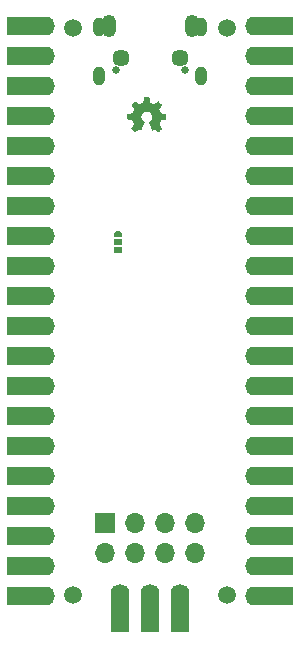
<source format=gbr>
G04 #@! TF.GenerationSoftware,KiCad,Pcbnew,(6.0.7)*
G04 #@! TF.CreationDate,2022-09-22T23:06:15+05:30*
G04 #@! TF.ProjectId,Mitayi-Pico-RP2040,4d697461-7969-42d5-9069-636f2d525032,0.4*
G04 #@! TF.SameCoordinates,PX825e060PY6d4a840*
G04 #@! TF.FileFunction,Soldermask,Bot*
G04 #@! TF.FilePolarity,Negative*
%FSLAX46Y46*%
G04 Gerber Fmt 4.6, Leading zero omitted, Abs format (unit mm)*
G04 Created by KiCad (PCBNEW (6.0.7)) date 2022-09-22 23:06:15*
%MOMM*%
%LPD*%
G01*
G04 APERTURE LIST*
G04 Aperture macros list*
%AMRoundRect*
0 Rectangle with rounded corners*
0 $1 Rounding radius*
0 $2 $3 $4 $5 $6 $7 $8 $9 X,Y pos of 4 corners*
0 Add a 4 corners polygon primitive as box body*
4,1,4,$2,$3,$4,$5,$6,$7,$8,$9,$2,$3,0*
0 Add four circle primitives for the rounded corners*
1,1,$1+$1,$2,$3*
1,1,$1+$1,$4,$5*
1,1,$1+$1,$6,$7*
1,1,$1+$1,$8,$9*
0 Add four rect primitives between the rounded corners*
20,1,$1+$1,$2,$3,$4,$5,0*
20,1,$1+$1,$4,$5,$6,$7,0*
20,1,$1+$1,$6,$7,$8,$9,0*
20,1,$1+$1,$8,$9,$2,$3,0*%
%AMOutline5P*
0 Free polygon, 5 corners , with rotation*
0 The origin of the aperture is its center*
0 number of corners: always 5*
0 $1 to $10 corner X, Y*
0 $11 Rotation angle, in degrees counterclockwise*
0 create outline with 5 corners*
4,1,5,$1,$2,$3,$4,$5,$6,$7,$8,$9,$10,$1,$2,$11*%
%AMOutline6P*
0 Free polygon, 6 corners , with rotation*
0 The origin of the aperture is its center*
0 number of corners: always 6*
0 $1 to $12 corner X, Y*
0 $13 Rotation angle, in degrees counterclockwise*
0 create outline with 6 corners*
4,1,6,$1,$2,$3,$4,$5,$6,$7,$8,$9,$10,$11,$12,$1,$2,$13*%
%AMOutline7P*
0 Free polygon, 7 corners , with rotation*
0 The origin of the aperture is its center*
0 number of corners: always 7*
0 $1 to $14 corner X, Y*
0 $15 Rotation angle, in degrees counterclockwise*
0 create outline with 7 corners*
4,1,7,$1,$2,$3,$4,$5,$6,$7,$8,$9,$10,$11,$12,$13,$14,$1,$2,$15*%
%AMOutline8P*
0 Free polygon, 8 corners , with rotation*
0 The origin of the aperture is its center*
0 number of corners: always 8*
0 $1 to $16 corner X, Y*
0 $17 Rotation angle, in degrees counterclockwise*
0 create outline with 8 corners*
4,1,8,$1,$2,$3,$4,$5,$6,$7,$8,$9,$10,$11,$12,$13,$14,$15,$16,$1,$2,$17*%
G04 Aperture macros list end*
%ADD10C,1.500000*%
%ADD11O,1.600000X1.700000*%
%ADD12R,1.600000X3.200000*%
%ADD13C,0.670000*%
%ADD14RoundRect,0.500000X0.000000X0.300000X0.000000X0.300000X0.000000X-0.300000X0.000000X-0.300000X0*%
%ADD15Outline6P,-0.290000X0.117000X-0.087000X0.320000X0.290000X0.320000X0.290000X-0.320000X-0.087000X-0.320000X-0.290000X-0.117000X270.000000*%
%ADD16R,0.640000X0.500000*%
%ADD17R,0.640000X0.580000*%
%ADD18O,1.200000X1.900000*%
%ADD19C,1.450000*%
%ADD20R,3.200000X1.600000*%
%ADD21O,1.700000X1.600000*%
%ADD22R,1.700000X1.700000*%
%ADD23O,1.700000X1.700000*%
G04 APERTURE END LIST*
G36*
X10268110Y43618025D02*
G01*
X10308672Y43617517D01*
X10345646Y43616722D01*
X10377560Y43615640D01*
X10402942Y43614269D01*
X10420319Y43612607D01*
X10428217Y43610652D01*
X10430585Y43606918D01*
X10434582Y43595317D01*
X10439679Y43575606D01*
X10446001Y43547220D01*
X10453672Y43509591D01*
X10462818Y43462153D01*
X10473562Y43404340D01*
X10478758Y43376028D01*
X10488468Y43323412D01*
X10496543Y43280288D01*
X10503199Y43245695D01*
X10508651Y43218674D01*
X10513116Y43198264D01*
X10516811Y43183506D01*
X10519952Y43173438D01*
X10522755Y43167102D01*
X10525436Y43163536D01*
X10528212Y43161781D01*
X10528531Y43161652D01*
X10536484Y43158395D01*
X10553129Y43151563D01*
X10577089Y43141723D01*
X10606987Y43129438D01*
X10641446Y43115277D01*
X10679088Y43099803D01*
X10699391Y43091476D01*
X10738814Y43075490D01*
X10769724Y43063315D01*
X10793273Y43054557D01*
X10810615Y43048819D01*
X10822904Y43045707D01*
X10831294Y43044827D01*
X10836938Y43045783D01*
X10837178Y43045880D01*
X10845354Y43050526D01*
X10861455Y43060704D01*
X10884378Y43075681D01*
X10913022Y43094726D01*
X10946283Y43117104D01*
X10983060Y43142084D01*
X11022250Y43168934D01*
X11025876Y43171427D01*
X11064606Y43197960D01*
X11100592Y43222428D01*
X11132774Y43244125D01*
X11160091Y43262343D01*
X11181484Y43276374D01*
X11195892Y43285511D01*
X11202254Y43289047D01*
X11204995Y43288035D01*
X11215493Y43280153D01*
X11233000Y43264831D01*
X11257123Y43242437D01*
X11287467Y43213338D01*
X11323640Y43177905D01*
X11365248Y43136505D01*
X11366617Y43135134D01*
X11405988Y43095597D01*
X11438133Y43063047D01*
X11463723Y43036746D01*
X11483426Y43015954D01*
X11497912Y42999933D01*
X11507848Y42987942D01*
X11513903Y42979243D01*
X11516748Y42973097D01*
X11517050Y42968765D01*
X11517007Y42968586D01*
X11513021Y42960708D01*
X11503464Y42944895D01*
X11489053Y42922245D01*
X11470505Y42893855D01*
X11448538Y42860824D01*
X11423868Y42824249D01*
X11397212Y42785229D01*
X11371150Y42747026D01*
X11346019Y42709574D01*
X11323996Y42676110D01*
X11305733Y42647651D01*
X11291881Y42625212D01*
X11283091Y42609808D01*
X11280014Y42602455D01*
X11280689Y42598821D01*
X11285089Y42585285D01*
X11292995Y42564172D01*
X11303714Y42537097D01*
X11316557Y42505678D01*
X11330832Y42471532D01*
X11345847Y42436276D01*
X11360911Y42401527D01*
X11375332Y42368901D01*
X11388420Y42340016D01*
X11399482Y42316488D01*
X11407829Y42299936D01*
X11412767Y42291974D01*
X11416036Y42289687D01*
X11424893Y42286069D01*
X11439542Y42281770D01*
X11460838Y42276596D01*
X11489637Y42270357D01*
X11526794Y42262859D01*
X11573164Y42253912D01*
X11629603Y42243323D01*
X11651095Y42239316D01*
X11704753Y42229144D01*
X11748472Y42220556D01*
X11782984Y42213389D01*
X11809018Y42207481D01*
X11827308Y42202668D01*
X11838584Y42198789D01*
X11843578Y42195679D01*
X11844589Y42193650D01*
X11846318Y42185614D01*
X11847704Y42171542D01*
X11848774Y42150595D01*
X11849554Y42121931D01*
X11850071Y42084712D01*
X11850353Y42038097D01*
X11850426Y41981247D01*
X11850425Y41980020D01*
X11850316Y41933005D01*
X11850046Y41889158D01*
X11849638Y41849796D01*
X11849110Y41816238D01*
X11848485Y41789803D01*
X11847781Y41771809D01*
X11847021Y41763573D01*
X11846750Y41762557D01*
X11845539Y41758861D01*
X11843398Y41755630D01*
X11839331Y41752617D01*
X11832340Y41749572D01*
X11821430Y41746249D01*
X11805605Y41742400D01*
X11783868Y41737776D01*
X11755224Y41732131D01*
X11718675Y41725216D01*
X11673226Y41716785D01*
X11617880Y41706588D01*
X11599693Y41703224D01*
X11546233Y41693104D01*
X11503073Y41684518D01*
X11469711Y41677355D01*
X11445647Y41671502D01*
X11430383Y41666849D01*
X11423417Y41663285D01*
X11423383Y41663249D01*
X11418976Y41655636D01*
X11411291Y41639264D01*
X11400959Y41615710D01*
X11388613Y41586555D01*
X11374883Y41553377D01*
X11360402Y41517755D01*
X11345803Y41481269D01*
X11331716Y41445497D01*
X11318774Y41412019D01*
X11307609Y41382414D01*
X11298852Y41358261D01*
X11293136Y41341138D01*
X11291092Y41332626D01*
X11293899Y41326032D01*
X11302353Y41311300D01*
X11315752Y41289639D01*
X11333389Y41262149D01*
X11354555Y41229934D01*
X11378542Y41194096D01*
X11404644Y41155737D01*
X11429698Y41118930D01*
X11453787Y41082962D01*
X11475083Y41050571D01*
X11492879Y41022858D01*
X11506466Y41000926D01*
X11515138Y40985878D01*
X11518185Y40978818D01*
X11518084Y40978144D01*
X11512763Y40969540D01*
X11499417Y40953490D01*
X11478121Y40930076D01*
X11448951Y40899380D01*
X11411984Y40861483D01*
X11367296Y40816468D01*
X11354128Y40803315D01*
X11311142Y40760757D01*
X11275545Y40726178D01*
X11247222Y40699472D01*
X11226057Y40680529D01*
X11211932Y40669242D01*
X11204733Y40665504D01*
X11198798Y40667922D01*
X11184518Y40676007D01*
X11163266Y40689083D01*
X11136160Y40706433D01*
X11104315Y40727342D01*
X11068849Y40751092D01*
X11030880Y40776968D01*
X10997054Y40800040D01*
X10961249Y40824059D01*
X10928938Y40845314D01*
X10901237Y40863087D01*
X10879264Y40876664D01*
X10864138Y40885329D01*
X10856974Y40888366D01*
X10854053Y40887817D01*
X10841507Y40883113D01*
X10822241Y40874376D01*
X10798285Y40862553D01*
X10771669Y40848591D01*
X10766589Y40845864D01*
X10737587Y40830926D01*
X10714017Y40819898D01*
X10697233Y40813378D01*
X10688590Y40811961D01*
X10684980Y40816359D01*
X10677577Y40830067D01*
X10666550Y40853203D01*
X10651835Y40885915D01*
X10633366Y40928352D01*
X10611077Y40980665D01*
X10584902Y41043002D01*
X10554775Y41115512D01*
X10529544Y41176498D01*
X10501792Y41243595D01*
X10477795Y41301660D01*
X10457289Y41351360D01*
X10440009Y41393364D01*
X10425691Y41428339D01*
X10414071Y41456952D01*
X10404882Y41479871D01*
X10397862Y41497763D01*
X10392745Y41511297D01*
X10389268Y41521140D01*
X10387164Y41527959D01*
X10386170Y41532422D01*
X10386022Y41535196D01*
X10386454Y41536950D01*
X10387201Y41538350D01*
X10387456Y41538729D01*
X10394230Y41545055D01*
X10408026Y41556069D01*
X10426982Y41570330D01*
X10449236Y41586396D01*
X10500051Y41625959D01*
X10551264Y41676114D01*
X10592473Y41730007D01*
X10624111Y41788322D01*
X10646608Y41851743D01*
X10660396Y41920953D01*
X10664061Y41975925D01*
X10659012Y42042110D01*
X10644095Y42106224D01*
X10619974Y42167303D01*
X10587311Y42224386D01*
X10546770Y42276512D01*
X10499013Y42322717D01*
X10444703Y42362041D01*
X10384505Y42393520D01*
X10319079Y42416194D01*
X10291112Y42422108D01*
X10242841Y42427407D01*
X10191605Y42428212D01*
X10141728Y42424519D01*
X10097536Y42416327D01*
X10037571Y42396326D01*
X9974701Y42364861D01*
X9917983Y42324736D01*
X9868131Y42276654D01*
X9825861Y42221318D01*
X9791887Y42159430D01*
X9766926Y42091692D01*
X9762534Y42075277D01*
X9758394Y42054850D01*
X9755896Y42033092D01*
X9754702Y42006761D01*
X9754472Y41972613D01*
X9754887Y41944504D01*
X9757205Y41906136D01*
X9762292Y41872846D01*
X9770989Y41841059D01*
X9784135Y41807198D01*
X9802570Y41767685D01*
X9805058Y41762637D01*
X9817903Y41737867D01*
X9829972Y41717943D01*
X9843513Y41699798D01*
X9860776Y41680362D01*
X9884010Y41656568D01*
X9906595Y41635087D01*
X9933716Y41611366D01*
X9960200Y41590035D01*
X9982610Y41573971D01*
X9994486Y41566098D01*
X10013939Y41551815D01*
X10024878Y41541072D01*
X10028303Y41532976D01*
X10026384Y41526302D01*
X10020564Y41510325D01*
X10011262Y41486153D01*
X9998903Y41454811D01*
X9983910Y41417324D01*
X9966708Y41374720D01*
X9947721Y41328021D01*
X9927373Y41278256D01*
X9906088Y41226447D01*
X9884290Y41173622D01*
X9862403Y41120806D01*
X9840852Y41069024D01*
X9820060Y41019301D01*
X9800451Y40972663D01*
X9782450Y40930136D01*
X9766481Y40892744D01*
X9752967Y40861514D01*
X9742333Y40837471D01*
X9735003Y40821639D01*
X9731400Y40815046D01*
X9730507Y40814210D01*
X9726203Y40812177D01*
X9719557Y40812601D01*
X9709092Y40816052D01*
X9693333Y40823099D01*
X9670802Y40834310D01*
X9640022Y40850256D01*
X9556768Y40893774D01*
X9503144Y40857955D01*
X9494219Y40851968D01*
X9470219Y40835735D01*
X9440273Y40815356D01*
X9406502Y40792278D01*
X9371029Y40767953D01*
X9335979Y40743828D01*
X9311816Y40727335D01*
X9281849Y40707381D01*
X9255443Y40690359D01*
X9233972Y40677131D01*
X9218807Y40668561D01*
X9211323Y40665512D01*
X9210459Y40665705D01*
X9202284Y40671119D01*
X9187842Y40683208D01*
X9168156Y40700950D01*
X9144246Y40723324D01*
X9117133Y40749307D01*
X9087838Y40777877D01*
X9057382Y40808012D01*
X9026786Y40838689D01*
X8997070Y40868888D01*
X8969255Y40897585D01*
X8944363Y40923759D01*
X8923414Y40946387D01*
X8907429Y40964448D01*
X8897430Y40976919D01*
X8894435Y40982778D01*
X8898037Y40988839D01*
X8907235Y41003015D01*
X8921288Y41024180D01*
X8939470Y41051256D01*
X8961057Y41083163D01*
X8985325Y41118822D01*
X9011548Y41157155D01*
X9037157Y41194725D01*
X9061222Y41230483D01*
X9082489Y41262550D01*
X9100256Y41289842D01*
X9113818Y41311279D01*
X9122471Y41325779D01*
X9125512Y41332260D01*
X9125170Y41334253D01*
X9121606Y41345622D01*
X9114663Y41364952D01*
X9104953Y41390718D01*
X9093090Y41421396D01*
X9079690Y41455461D01*
X9065364Y41491388D01*
X9050729Y41527652D01*
X9036396Y41562730D01*
X9022980Y41595096D01*
X9011095Y41623226D01*
X9001355Y41645594D01*
X8994373Y41660677D01*
X8990764Y41666949D01*
X8990673Y41667013D01*
X8983394Y41669245D01*
X8966527Y41673173D01*
X8941322Y41678544D01*
X8909028Y41685103D01*
X8870896Y41692597D01*
X8828177Y41700770D01*
X8782119Y41709369D01*
X8734227Y41718296D01*
X8684441Y41727862D01*
X8644574Y41735914D01*
X8614065Y41742576D01*
X8592348Y41747971D01*
X8578860Y41752225D01*
X8573037Y41755461D01*
X8571167Y41762792D01*
X8569494Y41779775D01*
X8568111Y41804829D01*
X8567016Y41836481D01*
X8566208Y41873259D01*
X8565686Y41913690D01*
X8565446Y41956302D01*
X8565489Y41999621D01*
X8565811Y42042174D01*
X8566412Y42082490D01*
X8567290Y42119096D01*
X8568443Y42150519D01*
X8569869Y42175285D01*
X8571568Y42191923D01*
X8573536Y42198960D01*
X8573841Y42199156D01*
X8582094Y42201758D01*
X8599848Y42206043D01*
X8625860Y42211751D01*
X8658888Y42218623D01*
X8697689Y42226400D01*
X8741022Y42234823D01*
X8787644Y42243632D01*
X8834636Y42252533D01*
X8879536Y42261338D01*
X8919109Y42269412D01*
X8952238Y42276518D01*
X8977808Y42282413D01*
X8994702Y42286860D01*
X9001804Y42289618D01*
X9005225Y42295192D01*
X9012518Y42309827D01*
X9022737Y42331735D01*
X9035205Y42359337D01*
X9049242Y42391052D01*
X9064170Y42425300D01*
X9079311Y42460503D01*
X9093984Y42495080D01*
X9107512Y42527452D01*
X9119215Y42556039D01*
X9128415Y42579260D01*
X9134432Y42595537D01*
X9136589Y42603289D01*
X9136456Y42603930D01*
X9132190Y42612231D01*
X9122419Y42628361D01*
X9107828Y42651274D01*
X9089098Y42679924D01*
X9066914Y42713262D01*
X9041958Y42750242D01*
X9014912Y42789818D01*
X9009099Y42798282D01*
X8982444Y42837326D01*
X8958011Y42873492D01*
X8936482Y42905743D01*
X8918540Y42933043D01*
X8904868Y42954355D01*
X8896148Y42968642D01*
X8893063Y42974866D01*
X8896811Y42980472D01*
X8907461Y42992771D01*
X8923981Y43010722D01*
X8945340Y43033284D01*
X8970505Y43059417D01*
X8998443Y43088083D01*
X9028123Y43118241D01*
X9058512Y43148852D01*
X9088578Y43178875D01*
X9117288Y43207271D01*
X9143611Y43233000D01*
X9166513Y43255022D01*
X9184964Y43272298D01*
X9197930Y43283787D01*
X9204379Y43288450D01*
X9207829Y43287945D01*
X9219306Y43282578D01*
X9238432Y43271484D01*
X9265466Y43254499D01*
X9300663Y43231460D01*
X9344283Y43202203D01*
X9396583Y43166566D01*
X9409566Y43157681D01*
X9448946Y43130893D01*
X9485325Y43106388D01*
X9517686Y43084837D01*
X9545010Y43066909D01*
X9566279Y43053274D01*
X9580475Y43044601D01*
X9586580Y43041562D01*
X9590093Y43042286D01*
X9603243Y43046653D01*
X9623976Y43054388D01*
X9650664Y43064812D01*
X9681683Y43077250D01*
X9715407Y43091026D01*
X9750210Y43105462D01*
X9784466Y43119883D01*
X9816550Y43133612D01*
X9844837Y43145973D01*
X9867700Y43156289D01*
X9883513Y43163884D01*
X9890652Y43168081D01*
X9893049Y43172376D01*
X9897302Y43185401D01*
X9902796Y43207125D01*
X9909631Y43237996D01*
X9917903Y43278462D01*
X9927712Y43328972D01*
X9939155Y43389974D01*
X9941218Y43401083D01*
X9950031Y43447750D01*
X9958399Y43490854D01*
X9966069Y43529174D01*
X9972789Y43561485D01*
X9978305Y43586564D01*
X9982364Y43603188D01*
X9984713Y43610133D01*
X9991216Y43612022D01*
X10007455Y43613736D01*
X10031888Y43615179D01*
X10063044Y43616347D01*
X10099449Y43617240D01*
X10139631Y43617856D01*
X10182117Y43618193D01*
X10225435Y43618250D01*
X10268110Y43618025D01*
G37*
D10*
X17000000Y1490000D03*
D11*
X7950000Y1600000D03*
D12*
X7950000Y-10000D03*
D11*
X10490000Y1600000D03*
D12*
X10490000Y-10000D03*
D11*
X13030000Y1600000D03*
D12*
X13030000Y-10000D03*
D10*
X4000000Y1490000D03*
D13*
X7610000Y45920000D03*
X13410000Y45920000D03*
D14*
X14830000Y45390000D03*
X6190000Y45390000D03*
X14830000Y49570000D03*
X6190000Y49570000D03*
D15*
X7765000Y32055000D03*
D16*
X7765000Y31365000D03*
D17*
X7765000Y30675000D03*
D10*
X17000000Y49490000D03*
D18*
X7010000Y49637500D03*
D19*
X13010000Y46937500D03*
X8010000Y46937500D03*
D18*
X14010000Y49637500D03*
D10*
X4000000Y49490000D03*
D20*
X-10000Y49700000D03*
D21*
X1600000Y49700000D03*
D20*
X-10000Y47160000D03*
D21*
X1600000Y47160000D03*
D20*
X-10000Y44620000D03*
D21*
X1600000Y44620000D03*
D20*
X-10000Y42080000D03*
D21*
X1600000Y42080000D03*
X1600000Y39540000D03*
D20*
X-10000Y39540000D03*
D21*
X1600000Y37000000D03*
D20*
X-10000Y37000000D03*
X-10000Y34460000D03*
D21*
X1600000Y34460000D03*
D20*
X-10000Y31920000D03*
D21*
X1600000Y31920000D03*
X1600000Y29380000D03*
D20*
X-10000Y29380000D03*
X-10000Y26840000D03*
D21*
X1600000Y26840000D03*
D20*
X-10000Y24300000D03*
D21*
X1600000Y24300000D03*
D20*
X-10000Y21760000D03*
D21*
X1600000Y21760000D03*
D20*
X-10000Y19220000D03*
D21*
X1600000Y19220000D03*
D20*
X-10000Y16680000D03*
D21*
X1600000Y16680000D03*
D20*
X-10000Y14140000D03*
D21*
X1600000Y14140000D03*
D20*
X-10000Y11600000D03*
D21*
X1600000Y11600000D03*
X1600000Y9060000D03*
D20*
X-10000Y9060000D03*
X-10000Y6520000D03*
D21*
X1600000Y6520000D03*
D20*
X-10000Y3980000D03*
D21*
X1600000Y3980000D03*
D20*
X-10000Y1440000D03*
D21*
X1600000Y1440000D03*
D22*
X6675000Y7600000D03*
D23*
X6675000Y5060000D03*
X9215000Y7600000D03*
X9215000Y5060000D03*
X11755000Y7600000D03*
X11755000Y5060000D03*
X14295000Y7600000D03*
X14295000Y5060000D03*
D20*
X21010000Y49700000D03*
D21*
X19400000Y49700000D03*
D20*
X21010000Y47160000D03*
D21*
X19400000Y47160000D03*
D20*
X21010000Y44620000D03*
D21*
X19400000Y44620000D03*
X19400000Y42080000D03*
D20*
X21010000Y42080000D03*
D21*
X19400000Y39540000D03*
D20*
X21010000Y39540000D03*
X21010000Y37000000D03*
D21*
X19400000Y37000000D03*
D20*
X21010000Y34460000D03*
D21*
X19400000Y34460000D03*
X19400000Y31920000D03*
D20*
X21010000Y31920000D03*
X21010000Y29380000D03*
D21*
X19400000Y29380000D03*
D20*
X21010000Y26840000D03*
D21*
X19400000Y26840000D03*
D20*
X21010000Y24300000D03*
D21*
X19400000Y24300000D03*
D20*
X21010000Y21760000D03*
D21*
X19400000Y21760000D03*
X19400000Y19220000D03*
D20*
X21010000Y19220000D03*
D21*
X19400000Y16680000D03*
D20*
X21010000Y16680000D03*
X21010000Y14140000D03*
D21*
X19400000Y14140000D03*
X19400000Y11600000D03*
D20*
X21010000Y11600000D03*
X21010000Y9060000D03*
D21*
X19400000Y9060000D03*
X19400000Y6520000D03*
D20*
X21010000Y6520000D03*
X21010000Y3980000D03*
D21*
X19400000Y3980000D03*
D20*
X21010000Y1440000D03*
D21*
X19400000Y1440000D03*
M02*

</source>
